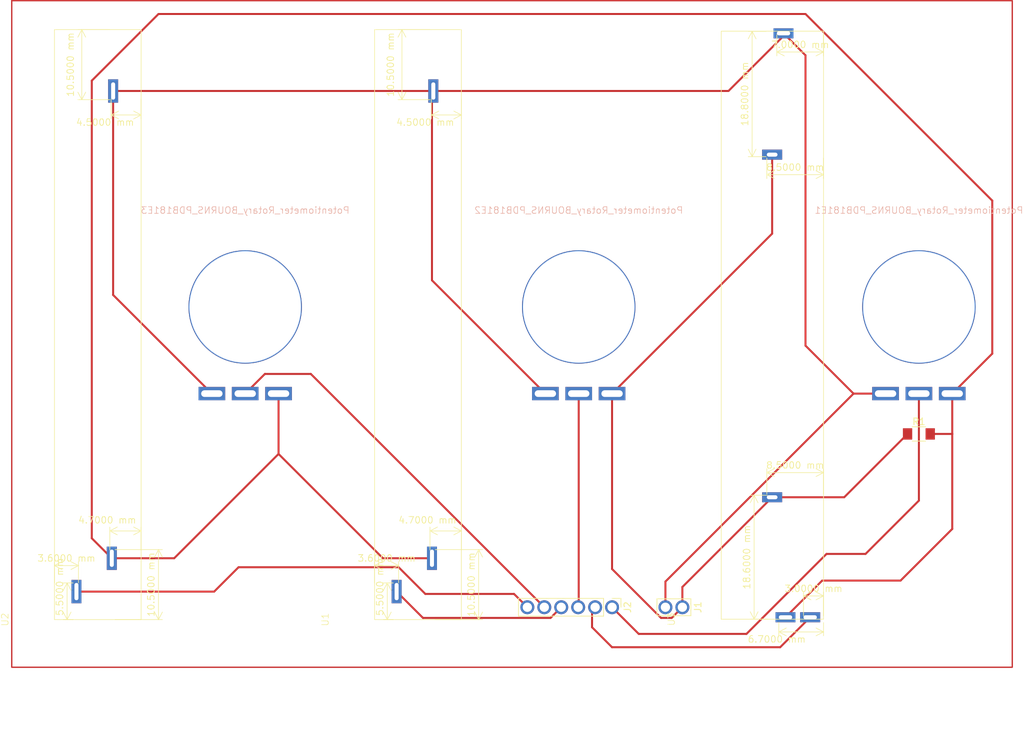
<source format=kicad_pcb>
(kicad_pcb (version 20240108) (generator "pcbnew") (generator_version "8.0")
  (layers (0 "F.Cu" signal) (31 "B.Cu" signal) (34 "B.Paste" user) (35 "F.Paste" user) (36 "B.SilkS" user "B.Silkscreen") (37 "F.SilkS" user "F.Silkscreen") (38 "B.Mask" user) (39 "F.Mask" user) (44 "Edge.Cuts" user))
  (net 0 "")
  (net 1 "GND")
  (net 2 "VDD")
  (net 3 "X_Slide")
  (net 4 "Y_Slide")
  (net 5 "Y_Roate")
  (net 6 "Z_Rotate")
  (net 7 "Z_Slide")
  (net 8 "X_Rotate")
  (footprint "fab:R_1206" (layer "F.Cu") (at 214 113)
    (property "Reference" "R1" (at 0 -1.85 0) (layer "F.SilkS"))
    (property "Value" "0")
    (fp_line (start -1 -1.07) (end 1 -1.07) (stroke (width 0.12)) (layer "F.SilkS"))
    (fp_line (start 1 1.07) (end -1 1.07) (stroke (width 0.12)) (layer "F.SilkS"))
    (pad "1" smd rect (at -1.7 0) (size 1.4 1.7) (layers "F.Cu" "F.Paste" "F.Mask") (net 1 "GND"))
    (pad "2" smd rect (at 1.7 0) (size 1.4 1.7) (layers "F.Cu" "F.Paste" "F.Mask") (net 1 "GND"))
  )
  (footprint "fab:PinHeader_1x02_P2.54mm_Vertical_THT_D1.4mm" (layer "F.Cu") (at 178.54 139 -90)
    (property "Reference" "J1" (at 0 -2.33 90) (layer "F.SilkS"))
    (property "Value" "Conn_PinHeader_1x02_P2.54mm_Vertical_THT_D1.4mm" (hide yes))
    (fp_line (start -1.27 3.81) (end 1.27 3.81) (stroke (width 0.12)) (layer "F.SilkS"))
    (fp_line (start -1.27 -1.27) (end -1.27 3.81) (stroke (width 0.12)) (layer "F.SilkS"))
    (fp_line (start -1.27 -1.27) (end 1.27 -1.27) (stroke (width 0.12)) (layer "F.SilkS"))
    (fp_line (start 1.27 -1.27) (end 1.27 3.81) (stroke (width 0.12)) (layer "F.SilkS"))
    (pad "1" thru_hole circle (at 0 0 270) (size 2.1 2.1) (drill 1.4) (layers "*.Cu" "*.Mask") (net 1 "GND"))
    (pad "2" thru_hole circle (at 0 2.54 270) (size 2.1 2.1) (drill 1.4) (layers "*.Cu" "*.Mask") (net 2 "VDD"))
  )
  (footprint "RiichiroLibrary:Potentiometer_Slider_B100K" (layer "F.Cu") (at 199.7 140.8 90)
    (property "Reference" "U3" (at 0 -22.8 90) (layer "F.SilkS") (effects (font (thickness 0.1))))
    (property "Value" "~")
    (fp_rect (start 0 -15.33) (end 88.22 0) (stroke (width 0.1)) (fill none) (layer "F.SilkS"))
    (dimension (type aligned) (layer "F.SilkS") (pts (xy 191.8 140.8) (xy 191.8 122.2)) (height -2.5) (gr_text "18.6000 mm" (at 188.2 131.5 90) (layer "F.SilkS") (effects (font (size 1 1) (thickness 0.1)))) (format (prefix "") (suffix "") (units 3) (units_format 1) (precision 4)) (style (thickness 0.1) (arrow_length 1.27) (text_position_mode 0) (extension_height 0.58642) (extension_offset 0.5) keep_text_aligned))
    (dimension (type aligned) (layer "F.SilkS") (pts (xy 199.7 52.6) (xy 192.7 52.6)) (height -3.1) (gr_text "7.0000 mm" (at 196.2 54.6 0) (layer "F.SilkS") (effects (font (size 1 1) (thickness 0.1)))) (format (prefix "") (suffix "") (units 3) (units_format 1) (precision 4)) (style (thickness 0.1) (arrow_length 1.27) (text_position_mode 0) (extension_height 0.58642) (extension_offset 0.5) keep_text_aligned))
    (dimension (type aligned) (layer "F.SilkS") (pts (xy 199.7 140.8) (xy 193 140.8)) (height -1.9) (gr_text "6.7000 mm" (at 192.7 143.8 0) (layer "F.SilkS") (effects (font (size 1 1) (thickness 0.1)))) (format (prefix "") (suffix "") (units 3) (units_format 1) (precision 4)) (style (thickness 0.1) (arrow_length 1.27) (text_position_mode 2) (extension_height 0.58642) (extension_offset 0.5) keep_text_aligned))
    (dimension (type aligned) (layer "F.SilkS") (pts (xy 191.6 52.6) (xy 191.6 71.4)) (height 2.6) (gr_text "18.8000 mm" (at 187.9 62 90) (layer "F.SilkS") (effects (font (size 1 1) (thickness 0.1)))) (format (prefix "") (suffix "") (units 3) (units_format 1) (precision 4)) (style (thickness 0.1) (arrow_length 1.27) (text_position_mode 0) (extension_height 0.58642) (extension_offset 0.5) keep_text_aligned))
    (dimension (type aligned) (layer "F.SilkS") (pts (xy 199.7 140.8) (xy 196.7 140.8)) (height 3.5) (gr_text "3.0000 mm" (at 198.2 136.2 0) (layer "F.SilkS") (effects (font (size 1 1) (thickness 0.1)))) (format (prefix "") (suffix "") (units 3) (units_format 1) (precision 4)) (style (thickness 0.1) (arrow_length 1.27) (text_position_mode 0) (extension_height 0.58642) (extension_offset 0.5) keep_text_aligned))
    (dimension (type aligned) (layer "F.SilkS") (pts (xy 199.7 122.5) (xy 191.2 122.5)) (height 3.7) (gr_text "8.5000 mm" (at 195.45 117.7 0) (layer "F.SilkS") (effects (font (size 1 1) (thickness 0.1)))) (format (prefix "") (suffix "") (units 3) (units_format 1) (precision 4)) (style (thickness 0.1) (arrow_length 1.27) (text_position_mode 0) (extension_height 0.58642) (extension_offset 0.5) keep_text_aligned))
    (dimension (type aligned) (layer "F.SilkS") (pts (xy 191.2 71.1) (xy 199.7 71.1)) (height 3) (gr_text "8.5000 mm" (at 195.45 73 0) (layer "F.SilkS") (effects (font (size 1 1) (thickness 0.1)))) (format (prefix "") (suffix "") (units 3) (units_format 1) (precision 4)) (style (thickness 0.1) (arrow_length 1.27) (text_position_mode 0) (extension_height 0.58642) (extension_offset 0.5) keep_text_aligned))
    (pad "1" thru_hole rect (at 0.3 -5.7 90) (size 1.5 3) (drill oval 0.6 2) (layers "*.Cu" "*.Mask") (net 1 "GND"))
    (pad "1" thru_hole rect (at 18.3 -7.7 90) (size 1.5 3) (drill oval 0.6 1.6) (layers "*.Cu" "*.Mask") (net 1 "GND"))
    (pad "1" thru_hole rect (at 69.7 -7.7 90) (size 1.5 3) (drill oval 0.6 1.6) (layers "*.Cu" "*.Mask") (net 1 "GND"))
    (pad "2" thru_hole rect (at 0.3 -2 90) (size 1.5 3) (drill oval 0.6 2) (layers "*.Cu" "*.Mask") (net 3 "X_Slide"))
    (pad "3" thru_hole rect (at 87.9 -6 90) (size 1.5 3) (drill oval 0.6 2) (layers "*.Cu" "*.Mask") (net 2 "VDD"))
  )
  (footprint "fab:PinHeader_1x06_P2.54mm_Vertical_THT_D1.4mm" (layer "F.Cu") (at 168 139 -90)
    (property "Reference" "J2" (at 0 -2.33 90) (layer "F.SilkS"))
    (property "Value" "Conn_PinHeader_1x06_P2.54mm_Vertical_THT_D1.4mm")
    (fp_line (start -1.33 14.03) (end 1.33 14.03) (stroke (width 0.12)) (layer "F.SilkS"))
    (fp_line (start -1.33 1.27) (end -1.33 14.03) (stroke (width 0.12)) (layer "F.SilkS"))
    (fp_line (start -1.33 1.27) (end 1.33 1.27) (stroke (width 0.12)) (layer "F.SilkS"))
    (fp_line (start 1.33 1.27) (end 1.33 14.03) (stroke (width 0.12)) (layer "F.SilkS"))
    (fp_line (start -1.33 0) (end -1.33 -1.33) (stroke (width 0.12)) (layer "F.SilkS"))
    (fp_line (start -1.33 -1.33) (end 0 -1.33) (stroke (width 0.12)) (layer "F.SilkS"))
    (pad "1" thru_hole circle (at 0 0 270) (size 2.1 2.1) (drill 1.4) (layers "*.Cu" "*.Mask") (net 8 "X_Rotate"))
    (pad "2" thru_hole circle (at 0 2.54 270) (size 2.1 2.1) (drill 1.4) (layers "*.Cu" "*.Mask") (net 3 "X_Slide"))
    (pad "3" thru_hole circle (at 0 5.08 270) (size 2.1 2.1) (drill 1.4) (layers "*.Cu" "*.Mask") (net 5 "Y_Roate"))
    (pad "4" thru_hole circle (at 0 7.62 270) (size 2.1 2.1) (drill 1.4) (layers "*.Cu" "*.Mask") (net 4 "Y_Slide"))
    (pad "5" thru_hole circle (at 0 10.16 270) (size 2.1 2.1) (drill 1.4) (layers "*.Cu" "*.Mask") (net 6 "Z_Rotate"))
    (pad "6" thru_hole circle (at 0 12.7 270) (size 2.1 2.1) (drill 1.4) (layers "*.Cu" "*.Mask") (net 7 "Z_Slide"))
  )
  (footprint "RiichiroLibrary:Potentiometer_Slider_B10K" (layer "F.Cu") (at 145.4 140.85 90)
    (property "Reference" "U1" (at 0 -20.4 90) (layer "F.SilkS") (effects (font (thickness 0.1))))
    (property "Value" "~")
    (fp_rect (start 0 -13) (end 88.5 0) (stroke (width 0.1)) (fill none) (layer "F.SilkS"))
    (dimension (type aligned) (layer "F.SilkS") (pts (xy 132.4 135.85) (xy 136 135.85)) (height -3.1) (gr_text "3.6000 mm" (at 134.2 131.65 0) (layer "F.SilkS") (effects (font (size 1 1) (thickness 0.1)))) (format (prefix "") (suffix "") (units 3) (units_format 1) (precision 4)) (style (thickness 0.1) (arrow_length 1.27) (text_position_mode 0) (extension_height 0.58642) (extension_offset 0.5) keep_text_aligned))
    (dimension (type aligned) (layer "F.SilkS") (pts (xy 135.7 140.85) (xy 135.7 135.35)) (height -1.4) (gr_text "5.5000 mm" (at 133.2 135.95 90) (layer "F.SilkS") (effects (font (size 1 1) (thickness 0.1)))) (format (prefix "") (suffix "") (units 3) (units_format 1) (precision 4)) (style (thickness 0.1) (arrow_length 1.27) (text_position_mode 2) (extension_height 0.58642) (extension_offset 0.5) keep_text_aligned))
    (dimension (type aligned) (layer "F.SilkS") (pts (xy 141.2 62.85) (xy 141.2 52.35)) (height -4.7) (gr_text "10.5000 mm" (at 134.8 57.6 90) (layer "F.SilkS") (effects (font (size 1 1) (thickness 0.1)))) (format (prefix "") (suffix "") (units 3) (units_format 1) (precision 4)) (style (thickness 0.1) (arrow_length 1.27) (text_position_mode 2) (extension_height 0.58642) (extension_offset 0.5) keep_text_aligned))
    (dimension (type aligned) (layer "F.SilkS") (pts (xy 140.7 130.95) (xy 145.4 130.95)) (height -3.4) (gr_text "4.7000 mm" (at 140.322593 125.922593 0) (layer "F.SilkS") (effects (font (size 1 1) (thickness 0.1)))) (format (prefix "") (suffix "") (units 3) (units_format 1) (precision 4)) (style (thickness 0.1) (arrow_length 1.27) (text_position_mode 2) (extension_height 0.58642) (extension_offset 0.5) keep_text_aligned))
    (dimension (type aligned) (layer "F.SilkS") (pts (xy 140.9 62.25) (xy 145.4 62.25)) (height 2.9) (gr_text "4.5000 mm" (at 140 66.25 0) (layer "F.SilkS") (effects (font (size 1 1) (thickness 0.1)))) (format (prefix "") (suffix "") (units 3) (units_format 1) (precision 4)) (style (thickness 0.1) (arrow_length 1.27) (text_position_mode 2) (extension_height 0.58642) (extension_offset 0.5) keep_text_aligned))
    (dimension (type aligned) (layer "F.SilkS") (pts (xy 141 140.85) (xy 141 130.35)) (height 7) (gr_text "10.5000 mm" (at 146.9 135.6 90) (layer "F.SilkS") (effects (font (size 1 1) (thickness 0.1)))) (format (prefix "") (suffix "") (units 3) (units_format 1) (precision 4)) (style (thickness 0.1) (arrow_length 1.27) (text_position_mode 0) (extension_height 0.58642) (extension_offset 0.5) keep_text_aligned))
    (pad "1" thru_hole rect (at 9.2 -4.4 90) (size 3.5 1.5) (drill oval 2.6 0.6) (layers "*.Cu" "*.Mask") (net 1 "GND"))
    (pad "2" thru_hole rect (at 4.2 -9.7 90) (size 3.5 1.5) (drill oval 2.6 0.6) (layers "*.Cu" "*.Mask") (net 4 "Y_Slide"))
    (pad "3" thru_hole rect (at 79.3 -4.2 90) (size 3.5 1.5) (drill oval 2.6 0.6) (layers "*.Cu" "*.Mask") (net 2 "VDD"))
  )
  (footprint "RiichiroLibrary:Potentiometer_Slider_B10K" (layer "F.Cu") (at 97.4 140.85 90)
    (property "Reference" "U2" (at 0 -20.4 90) (layer "F.SilkS") (effects (font (thickness 0.1))))
    (property "Value" "~")
    (fp_rect (start 0 -13) (end 88.5 0) (stroke (width 0.1)) (fill none) (layer "F.SilkS"))
    (dimension (type aligned) (layer "F.SilkS") (pts (xy 84.4 135.85) (xy 88 135.85)) (height -3.1) (gr_text "3.6000 mm" (at 86.2 131.65 0) (layer "F.SilkS") (effects (font (size 1 1) (thickness 0.1)))) (format (prefix "") (suffix "") (units 3) (units_format 1) (precision 4)) (style (thickness 0.1) (arrow_length 1.27) (text_position_mode 0) (extension_height 0.58642) (extension_offset 0.5) keep_text_aligned))
    (dimension (type aligned) (layer "F.SilkS") (pts (xy 87.7 140.85) (xy 87.7 135.35)) (height -1.4) (gr_text "5.5000 mm" (at 85.2 135.95 90) (layer "F.SilkS") (effects (font (size 1 1) (thickness 0.1)))) (format (prefix "") (suffix "") (units 3) (units_format 1) (precision 4)) (style (thickness 0.1) (arrow_length 1.27) (text_position_mode 2) (extension_height 0.58642) (extension_offset 0.5) keep_text_aligned))
    (dimension (type aligned) (layer "F.SilkS") (pts (xy 93.2 62.85) (xy 93.2 52.35)) (height -4.7) (gr_text "10.5000 mm" (at 86.8 57.6 90) (layer "F.SilkS") (effects (font (size 1 1) (thickness 0.1)))) (format (prefix "") (suffix "") (units 3) (units_format 1) (precision 4)) (style (thickness 0.1) (arrow_length 1.27) (text_position_mode 2) (extension_height 0.58642) (extension_offset 0.5) keep_text_aligned))
    (dimension (type aligned) (layer "F.SilkS") (pts (xy 92.7 130.95) (xy 97.4 130.95)) (height -3.4) (gr_text "4.7000 mm" (at 92.322593 125.922593 0) (layer "F.SilkS") (effects (font (size 1 1) (thickness 0.1)))) (format (prefix "") (suffix "") (units 3) (units_format 1) (precision 4)) (style (thickness 0.1) (arrow_length 1.27) (text_position_mode 2) (extension_height 0.58642) (extension_offset 0.5) keep_text_aligned))
    (dimension (type aligned) (layer "F.SilkS") (pts (xy 92.9 62.25) (xy 97.4 62.25)) (height 2.9) (gr_text "4.5000 mm" (at 92 66.25 0) (layer "F.SilkS") (effects (font (size 1 1) (thickness 0.1)))) (format (prefix "") (suffix "") (units 3) (units_format 1) (precision 4)) (style (thickness 0.1) (arrow_length 1.27) (text_position_mode 2) (extension_height 0.58642) (extension_offset 0.5) keep_text_aligned))
    (dimension (type aligned) (layer "F.SilkS") (pts (xy 93 140.85) (xy 93 130.35)) (height 7) (gr_text "10.5000 mm" (at 98.9 135.6 90) (layer "F.SilkS") (effects (font (size 1 1) (thickness 0.1)))) (format (prefix "") (suffix "") (units 3) (units_format 1) (precision 4)) (style (thickness 0.1) (arrow_length 1.27) (text_position_mode 0) (extension_height 0.58642) (extension_offset 0.5) keep_text_aligned))
    (pad "1" thru_hole rect (at 9.2 -4.4 90) (size 3.5 1.5) (drill oval 2.6 0.6) (layers "*.Cu" "*.Mask") (net 1 "GND"))
    (pad "2" thru_hole rect (at 4.2 -9.7 90) (size 3.5 1.5) (drill oval 2.6 0.6) (layers "*.Cu" "*.Mask") (net 7 "Z_Slide"))
    (pad "3" thru_hole rect (at 79.3 -4.2 90) (size 3.5 1.5) (drill oval 2.6 0.6) (layers "*.Cu" "*.Mask") (net 2 "VDD"))
  )
  (footprint "RiichiroLibrary:Potentiometer_Rotary_BOURNS_PDB181E" (layer "B.Cu") (at 214 106.95 180)
    (property "Reference" "Potentiometer_Rotary_BOURNS_PDB181E1" (at 0 27.5 0) (layer "B.SilkS") (effects (font (thickness 0.1)) (justify mirror)))
    (property "Value" "~")
    (pad "1" thru_hole rect (at -5 0 180) (size 4 2) (drill oval 3.2 1) (layers "*.Cu" "*.Mask") (net 1 "GND"))
    (pad "2" thru_hole rect (at 0 0 180) (size 4 2) (drill oval 3.2 1) (layers "*.Cu" "*.Mask") (net 8 "X_Rotate"))
    (pad "3" thru_hole rect (at 5 0 180) (size 4 2) (drill oval 3.2 1) (layers "*.Cu" "*.Mask") (net 2 "VDD"))
    (pad "B" thru_hole circle (at 0 13 180) (size 17 17) (drill 16.7) (layers "*.Cu" "*.Mask"))
  )
  (footprint "RiichiroLibrary:Potentiometer_Rotary_BOURNS_PDB181E" (layer "B.Cu") (at 163 106.95 180)
    (property "Reference" "Potentiometer_Rotary_BOURNS_PDB181E2" (at 0 27.5 0) (layer "B.SilkS") (effects (font (thickness 0.1)) (justify mirror)))
    (property "Value" "~")
    (pad "1" thru_hole rect (at -5 0 180) (size 4 2) (drill oval 3.2 1) (layers "*.Cu" "*.Mask") (net 1 "GND"))
    (pad "2" thru_hole rect (at 0 0 180) (size 4 2) (drill oval 3.2 1) (layers "*.Cu" "*.Mask") (net 5 "Y_Roate"))
    (pad "3" thru_hole rect (at 5 0 180) (size 4 2) (drill oval 3.2 1) (layers "*.Cu" "*.Mask") (net 2 "VDD"))
    (pad "B" thru_hole circle (at 0 13 180) (size 17 17) (drill 16.7) (layers "*.Cu" "*.Mask"))
  )
  (footprint "RiichiroLibrary:Potentiometer_Rotary_BOURNS_PDB181E" (layer "B.Cu") (at 113 106.95 180)
    (property "Reference" "Potentiometer_Rotary_BOURNS_PDB181E3" (at 0 27.5 0) (layer "B.SilkS") (effects (font (thickness 0.1)) (justify mirror)))
    (property "Value" "~")
    (pad "1" thru_hole rect (at -5 0 180) (size 4 2) (drill oval 3.2 1) (layers "*.Cu" "*.Mask") (net 1 "GND"))
    (pad "2" thru_hole rect (at 0 0 180) (size 4 2) (drill oval 3.2 1) (layers "*.Cu" "*.Mask") (net 6 "Z_Rotate"))
    (pad "3" thru_hole rect (at 5 0 180) (size 4 2) (drill oval 3.2 1) (layers "*.Cu" "*.Mask") (net 2 "VDD"))
    (pad "B" thru_hole circle (at 0 13 180) (size 17 17) (drill 16.7) (layers "*.Cu" "*.Mask"))
  )
  (gr_rect (start 78 48) (end 228 148) (stroke (width 0.2)) (fill none) (layer "F.Cu"))
  (segment (start 168 133.262742) (end 175.337258 140.6) (width 0.3) (layer "F.Cu") (net 1))
  (segment (start 197 50) (end 225 78) (width 0.3) (layer "F.Cu") (net 1))
  (segment (start 199.5 135) (end 194 140.5) (width 0.3) (layer "F.Cu") (net 1))
  (segment (start 168 106.95) (end 192 82.95) (width 0.3) (layer "F.Cu") (net 1))
  (segment (start 178.54 139) (end 178.54 135.96) (width 0.3) (layer "F.Cu") (net 1))
  (segment (start 90 60) (end 100 50) (width 0.3) (layer "F.Cu") (net 1))
  (segment (start 90 128.65) (end 90 60) (width 0.3) (layer "F.Cu") (net 1))
  (segment (start 192 122.5) (end 202.8 122.5) (width 0.3) (layer "F.Cu") (net 1))
  (segment (start 211.25 135) (end 199.5 135) (width 0.3) (layer "F.Cu") (net 1))
  (segment (start 219 113) (end 219 127.25) (width 0.3) (layer "F.Cu") (net 1))
  (segment (start 219 106.95) (end 219 113) (width 0.3) (layer "F.Cu") (net 1))
  (segment (start 133.65 131.65) (end 141 131.65) (width 0.3) (layer "F.Cu") (net 1))
  (segment (start 93 131.65) (end 102.35 131.65) (width 0.3) (layer "F.Cu") (net 1))
  (segment (start 215.7 113) (end 219 113) (width 0.3) (layer "F.Cu") (net 1))
  (segment (start 102.35 131.65) (end 118 116) (width 0.3) (layer "F.Cu") (net 1))
  (segment (start 168 106.95) (end 168 133.262742) (width 0.3) (layer "F.Cu") (net 1))
  (segment (start 219 127.25) (end 211.25 135) (width 0.3) (layer "F.Cu") (net 1))
  (segment (start 176.94 140.6) (end 178.54 139) (width 0.3) (layer "F.Cu") (net 1))
  (segment (start 178.54 135.96) (end 192 122.5) (width 0.3) (layer "F.Cu") (net 1))
  (segment (start 118 116) (end 118 106.95) (width 0.3) (layer "F.Cu") (net 1))
  (segment (start 118 116) (end 133.65 131.65) (width 0.3) (layer "F.Cu") (net 1))
  (segment (start 192 82.95) (end 192 71.1) (width 0.3) (layer "F.Cu") (net 1))
  (segment (start 225 100.95) (end 219 106.95) (width 0.3) (layer "F.Cu") (net 1))
  (segment (start 100 50) (end 197 50) (width 0.3) (layer "F.Cu") (net 1))
  (segment (start 175.337258 140.6) (end 176.94 140.6) (width 0.3) (layer "F.Cu") (net 1))
  (segment (start 93 131.65) (end 90 128.65) (width 0.3) (layer "F.Cu") (net 1))
  (segment (start 225 78) (end 225 100.95) (width 0.3) (layer "F.Cu") (net 1))
  (segment (start 202.8 122.5) (end 212.3 113) (width 0.3) (layer "F.Cu") (net 1))
  (segment (start 93.2 92.15) (end 93.2 61.55) (width 0.3) (layer "F.Cu") (net 2))
  (segment (start 141 89.95) (end 141 61.75) (width 0.3) (layer "F.Cu") (net 2))
  (segment (start 93.2 61.55) (end 141.2 61.55) (width 0.3) (layer "F.Cu") (net 2))
  (segment (start 193.7 53.3) (end 193.7 52.9) (width 0.3) (layer "F.Cu") (net 2))
  (segment (start 209 106.95) (end 204.2 106.95) (width 0.3) (layer "F.Cu") (net 2))
  (segment (start 141 61.75) (end 141.2 61.55) (width 0.3) (layer "F.Cu") (net 2))
  (segment (start 197 56.2) (end 197 99.75) (width 0.3) (layer "F.Cu") (net 2))
  (segment (start 141.2 61.55) (end 185.45 61.55) (width 0.3) (layer "F.Cu") (net 2))
  (segment (start 108 106.95) (end 93.2 92.15) (width 0.3) (layer "F.Cu") (net 2))
  (segment (start 176 135.15) (end 176 139) (width 0.3) (layer "F.Cu") (net 2))
  (segment (start 185.45 61.55) (end 193.7 53.3) (width 0.3) (layer "F.Cu") (net 2))
  (segment (start 158 106.95) (end 141 89.95) (width 0.3) (layer "F.Cu") (net 2))
  (segment (start 204.2 106.95) (end 176 135.15) (width 0.3) (layer "F.Cu") (net 2))
  (segment (start 193.7 52.9) (end 197 56.2) (width 0.3) (layer "F.Cu") (net 2))
  (segment (start 197 99.75) (end 204.2 106.95) (width 0.3) (layer "F.Cu") (net 2))
  (segment (start 168 145) (end 193.2 145) (width 0.3) (layer "F.Cu") (net 3))
  (segment (start 165 139.46) (end 165 142) (width 0.3) (layer "F.Cu") (net 3))
  (segment (start 165 142) (end 168 145) (width 0.3) (layer "F.Cu") (net 3))
  (segment (start 193.2 145) (end 197.7 140.5) (width 0.3) (layer "F.Cu") (net 3))
  (segment (start 165.46 139) (end 165 139.46) (width 0.3) (layer "F.Cu") (net 3))
  (segment (start 158.78 140.6) (end 160.38 139) (width 0.3) (layer "F.Cu") (net 4))
  (segment (start 135.7 136.65) (end 139.65 140.6) (width 0.3) (layer "F.Cu") (net 4))
  (segment (start 139.65 140.6) (end 158.78 140.6) (width 0.3) (layer "F.Cu") (net 4))
  (segment (start 162.92 139) (end 163 138.92) (width 0.3) (layer "F.Cu") (net 5))
  (segment (start 163 138.92) (end 163 106.95) (width 0.3) (layer "F.Cu") (net 5))
  (segment (start 122.84 104) (end 157.84 139) (width 0.3) (layer "F.Cu") (net 6))
  (segment (start 113 106.95) (end 115.95 104) (width 0.3) (layer "F.Cu") (net 6))
  (segment (start 115.95 104) (end 122.84 104) (width 0.3) (layer "F.Cu") (net 6))
  (segment (start 140 137) (end 136 133) (width 0.3) (layer "F.Cu") (net 7))
  (segment (start 108.35 136.65) (end 87.7 136.65) (width 0.3) (layer "F.Cu") (net 7))
  (segment (start 112 133) (end 108.35 136.65) (width 0.3) (layer "F.Cu") (net 7))
  (segment (start 153.3 137) (end 140 137) (width 0.3) (layer "F.Cu") (net 7))
  (segment (start 155.3 139) (end 153.3 137) (width 0.3) (layer "F.Cu") (net 7))
  (segment (start 136 133) (end 112 133) (width 0.3) (layer "F.Cu") (net 7))
  (segment (start 200.15 131) (end 188.15 143) (width 0.3) (layer "F.Cu") (net 8))
  (segment (start 214 123) (end 206 131) (width 0.3) (layer "F.Cu") (net 8))
  (segment (start 188.15 143) (end 172 143) (width 0.3) (layer "F.Cu") (net 8))
  (segment (start 172 143) (end 168 139) (width 0.3) (layer "F.Cu") (net 8))
  (segment (start 214 106.95) (end 214 123) (width 0.3) (layer "F.Cu") (net 8))
  (segment (start 206 131) (end 200.15 131) (width 0.3) (layer "F.Cu") (net 8))
)
</source>
